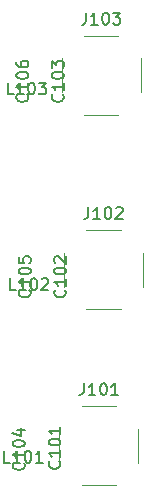
<source format=gbr>
G04 #@! TF.GenerationSoftware,KiCad,Pcbnew,5.1.4-e60b266~84~ubuntu19.04.1*
G04 #@! TF.CreationDate,2019-10-21T18:10:41-05:00*
G04 #@! TF.ProjectId,433_Antenna,3433335f-416e-4746-956e-6e612e6b6963,rev?*
G04 #@! TF.SameCoordinates,Original*
G04 #@! TF.FileFunction,Legend,Top*
G04 #@! TF.FilePolarity,Positive*
%FSLAX46Y46*%
G04 Gerber Fmt 4.6, Leading zero omitted, Abs format (unit mm)*
G04 Created by KiCad (PCBNEW 5.1.4-e60b266~84~ubuntu19.04.1) date 2019-10-21 18:10:41*
%MOMM*%
%LPD*%
G04 APERTURE LIST*
%ADD10C,0.120000*%
%ADD11C,0.150000*%
G04 APERTURE END LIST*
D10*
X174750000Y-66975000D02*
X177650000Y-66975000D01*
X174750000Y-73685000D02*
X177650000Y-73685000D01*
X179555000Y-68880000D02*
X179555000Y-71780000D01*
X172845000Y-68880000D02*
X172845000Y-71780000D01*
X174950000Y-83445000D02*
X177850000Y-83445000D01*
X174950000Y-90155000D02*
X177850000Y-90155000D01*
X179755000Y-85350000D02*
X179755000Y-88250000D01*
X173045000Y-85350000D02*
X173045000Y-88250000D01*
X174550000Y-98345000D02*
X177450000Y-98345000D01*
X174550000Y-105055000D02*
X177450000Y-105055000D01*
X179355000Y-100250000D02*
X179355000Y-103150000D01*
X172645000Y-100250000D02*
X172645000Y-103150000D01*
D11*
X168780952Y-71952380D02*
X168304761Y-71952380D01*
X168304761Y-70952380D01*
X169638095Y-71952380D02*
X169066666Y-71952380D01*
X169352380Y-71952380D02*
X169352380Y-70952380D01*
X169257142Y-71095238D01*
X169161904Y-71190476D01*
X169066666Y-71238095D01*
X170257142Y-70952380D02*
X170352380Y-70952380D01*
X170447619Y-71000000D01*
X170495238Y-71047619D01*
X170542857Y-71142857D01*
X170590476Y-71333333D01*
X170590476Y-71571428D01*
X170542857Y-71761904D01*
X170495238Y-71857142D01*
X170447619Y-71904761D01*
X170352380Y-71952380D01*
X170257142Y-71952380D01*
X170161904Y-71904761D01*
X170114285Y-71857142D01*
X170066666Y-71761904D01*
X170019047Y-71571428D01*
X170019047Y-71333333D01*
X170066666Y-71142857D01*
X170114285Y-71047619D01*
X170161904Y-71000000D01*
X170257142Y-70952380D01*
X170923809Y-70952380D02*
X171542857Y-70952380D01*
X171209523Y-71333333D01*
X171352380Y-71333333D01*
X171447619Y-71380952D01*
X171495238Y-71428571D01*
X171542857Y-71523809D01*
X171542857Y-71761904D01*
X171495238Y-71857142D01*
X171447619Y-71904761D01*
X171352380Y-71952380D01*
X171066666Y-71952380D01*
X170971428Y-71904761D01*
X170923809Y-71857142D01*
X168965952Y-88522380D02*
X168489761Y-88522380D01*
X168489761Y-87522380D01*
X169823095Y-88522380D02*
X169251666Y-88522380D01*
X169537380Y-88522380D02*
X169537380Y-87522380D01*
X169442142Y-87665238D01*
X169346904Y-87760476D01*
X169251666Y-87808095D01*
X170442142Y-87522380D02*
X170537380Y-87522380D01*
X170632619Y-87570000D01*
X170680238Y-87617619D01*
X170727857Y-87712857D01*
X170775476Y-87903333D01*
X170775476Y-88141428D01*
X170727857Y-88331904D01*
X170680238Y-88427142D01*
X170632619Y-88474761D01*
X170537380Y-88522380D01*
X170442142Y-88522380D01*
X170346904Y-88474761D01*
X170299285Y-88427142D01*
X170251666Y-88331904D01*
X170204047Y-88141428D01*
X170204047Y-87903333D01*
X170251666Y-87712857D01*
X170299285Y-87617619D01*
X170346904Y-87570000D01*
X170442142Y-87522380D01*
X171156428Y-87617619D02*
X171204047Y-87570000D01*
X171299285Y-87522380D01*
X171537380Y-87522380D01*
X171632619Y-87570000D01*
X171680238Y-87617619D01*
X171727857Y-87712857D01*
X171727857Y-87808095D01*
X171680238Y-87950952D01*
X171108809Y-88522380D01*
X171727857Y-88522380D01*
X168480952Y-103122380D02*
X168004761Y-103122380D01*
X168004761Y-102122380D01*
X169338095Y-103122380D02*
X168766666Y-103122380D01*
X169052380Y-103122380D02*
X169052380Y-102122380D01*
X168957142Y-102265238D01*
X168861904Y-102360476D01*
X168766666Y-102408095D01*
X169957142Y-102122380D02*
X170052380Y-102122380D01*
X170147619Y-102170000D01*
X170195238Y-102217619D01*
X170242857Y-102312857D01*
X170290476Y-102503333D01*
X170290476Y-102741428D01*
X170242857Y-102931904D01*
X170195238Y-103027142D01*
X170147619Y-103074761D01*
X170052380Y-103122380D01*
X169957142Y-103122380D01*
X169861904Y-103074761D01*
X169814285Y-103027142D01*
X169766666Y-102931904D01*
X169719047Y-102741428D01*
X169719047Y-102503333D01*
X169766666Y-102312857D01*
X169814285Y-102217619D01*
X169861904Y-102170000D01*
X169957142Y-102122380D01*
X171242857Y-103122380D02*
X170671428Y-103122380D01*
X170957142Y-103122380D02*
X170957142Y-102122380D01*
X170861904Y-102265238D01*
X170766666Y-102360476D01*
X170671428Y-102408095D01*
X174914285Y-65032380D02*
X174914285Y-65746666D01*
X174866666Y-65889523D01*
X174771428Y-65984761D01*
X174628571Y-66032380D01*
X174533333Y-66032380D01*
X175914285Y-66032380D02*
X175342857Y-66032380D01*
X175628571Y-66032380D02*
X175628571Y-65032380D01*
X175533333Y-65175238D01*
X175438095Y-65270476D01*
X175342857Y-65318095D01*
X176533333Y-65032380D02*
X176628571Y-65032380D01*
X176723809Y-65080000D01*
X176771428Y-65127619D01*
X176819047Y-65222857D01*
X176866666Y-65413333D01*
X176866666Y-65651428D01*
X176819047Y-65841904D01*
X176771428Y-65937142D01*
X176723809Y-65984761D01*
X176628571Y-66032380D01*
X176533333Y-66032380D01*
X176438095Y-65984761D01*
X176390476Y-65937142D01*
X176342857Y-65841904D01*
X176295238Y-65651428D01*
X176295238Y-65413333D01*
X176342857Y-65222857D01*
X176390476Y-65127619D01*
X176438095Y-65080000D01*
X176533333Y-65032380D01*
X177200000Y-65032380D02*
X177819047Y-65032380D01*
X177485714Y-65413333D01*
X177628571Y-65413333D01*
X177723809Y-65460952D01*
X177771428Y-65508571D01*
X177819047Y-65603809D01*
X177819047Y-65841904D01*
X177771428Y-65937142D01*
X177723809Y-65984761D01*
X177628571Y-66032380D01*
X177342857Y-66032380D01*
X177247619Y-65984761D01*
X177200000Y-65937142D01*
X175114285Y-81502380D02*
X175114285Y-82216666D01*
X175066666Y-82359523D01*
X174971428Y-82454761D01*
X174828571Y-82502380D01*
X174733333Y-82502380D01*
X176114285Y-82502380D02*
X175542857Y-82502380D01*
X175828571Y-82502380D02*
X175828571Y-81502380D01*
X175733333Y-81645238D01*
X175638095Y-81740476D01*
X175542857Y-81788095D01*
X176733333Y-81502380D02*
X176828571Y-81502380D01*
X176923809Y-81550000D01*
X176971428Y-81597619D01*
X177019047Y-81692857D01*
X177066666Y-81883333D01*
X177066666Y-82121428D01*
X177019047Y-82311904D01*
X176971428Y-82407142D01*
X176923809Y-82454761D01*
X176828571Y-82502380D01*
X176733333Y-82502380D01*
X176638095Y-82454761D01*
X176590476Y-82407142D01*
X176542857Y-82311904D01*
X176495238Y-82121428D01*
X176495238Y-81883333D01*
X176542857Y-81692857D01*
X176590476Y-81597619D01*
X176638095Y-81550000D01*
X176733333Y-81502380D01*
X177447619Y-81597619D02*
X177495238Y-81550000D01*
X177590476Y-81502380D01*
X177828571Y-81502380D01*
X177923809Y-81550000D01*
X177971428Y-81597619D01*
X178019047Y-81692857D01*
X178019047Y-81788095D01*
X177971428Y-81930952D01*
X177400000Y-82502380D01*
X178019047Y-82502380D01*
X174714285Y-96402380D02*
X174714285Y-97116666D01*
X174666666Y-97259523D01*
X174571428Y-97354761D01*
X174428571Y-97402380D01*
X174333333Y-97402380D01*
X175714285Y-97402380D02*
X175142857Y-97402380D01*
X175428571Y-97402380D02*
X175428571Y-96402380D01*
X175333333Y-96545238D01*
X175238095Y-96640476D01*
X175142857Y-96688095D01*
X176333333Y-96402380D02*
X176428571Y-96402380D01*
X176523809Y-96450000D01*
X176571428Y-96497619D01*
X176619047Y-96592857D01*
X176666666Y-96783333D01*
X176666666Y-97021428D01*
X176619047Y-97211904D01*
X176571428Y-97307142D01*
X176523809Y-97354761D01*
X176428571Y-97402380D01*
X176333333Y-97402380D01*
X176238095Y-97354761D01*
X176190476Y-97307142D01*
X176142857Y-97211904D01*
X176095238Y-97021428D01*
X176095238Y-96783333D01*
X176142857Y-96592857D01*
X176190476Y-96497619D01*
X176238095Y-96450000D01*
X176333333Y-96402380D01*
X177619047Y-97402380D02*
X177047619Y-97402380D01*
X177333333Y-97402380D02*
X177333333Y-96402380D01*
X177238095Y-96545238D01*
X177142857Y-96640476D01*
X177047619Y-96688095D01*
X169927142Y-71949047D02*
X169974761Y-71996666D01*
X170022380Y-72139523D01*
X170022380Y-72234761D01*
X169974761Y-72377619D01*
X169879523Y-72472857D01*
X169784285Y-72520476D01*
X169593809Y-72568095D01*
X169450952Y-72568095D01*
X169260476Y-72520476D01*
X169165238Y-72472857D01*
X169070000Y-72377619D01*
X169022380Y-72234761D01*
X169022380Y-72139523D01*
X169070000Y-71996666D01*
X169117619Y-71949047D01*
X170022380Y-70996666D02*
X170022380Y-71568095D01*
X170022380Y-71282380D02*
X169022380Y-71282380D01*
X169165238Y-71377619D01*
X169260476Y-71472857D01*
X169308095Y-71568095D01*
X169022380Y-70377619D02*
X169022380Y-70282380D01*
X169070000Y-70187142D01*
X169117619Y-70139523D01*
X169212857Y-70091904D01*
X169403333Y-70044285D01*
X169641428Y-70044285D01*
X169831904Y-70091904D01*
X169927142Y-70139523D01*
X169974761Y-70187142D01*
X170022380Y-70282380D01*
X170022380Y-70377619D01*
X169974761Y-70472857D01*
X169927142Y-70520476D01*
X169831904Y-70568095D01*
X169641428Y-70615714D01*
X169403333Y-70615714D01*
X169212857Y-70568095D01*
X169117619Y-70520476D01*
X169070000Y-70472857D01*
X169022380Y-70377619D01*
X169022380Y-69187142D02*
X169022380Y-69377619D01*
X169070000Y-69472857D01*
X169117619Y-69520476D01*
X169260476Y-69615714D01*
X169450952Y-69663333D01*
X169831904Y-69663333D01*
X169927142Y-69615714D01*
X169974761Y-69568095D01*
X170022380Y-69472857D01*
X170022380Y-69282380D01*
X169974761Y-69187142D01*
X169927142Y-69139523D01*
X169831904Y-69091904D01*
X169593809Y-69091904D01*
X169498571Y-69139523D01*
X169450952Y-69187142D01*
X169403333Y-69282380D01*
X169403333Y-69472857D01*
X169450952Y-69568095D01*
X169498571Y-69615714D01*
X169593809Y-69663333D01*
X170127142Y-88519047D02*
X170174761Y-88566666D01*
X170222380Y-88709523D01*
X170222380Y-88804761D01*
X170174761Y-88947619D01*
X170079523Y-89042857D01*
X169984285Y-89090476D01*
X169793809Y-89138095D01*
X169650952Y-89138095D01*
X169460476Y-89090476D01*
X169365238Y-89042857D01*
X169270000Y-88947619D01*
X169222380Y-88804761D01*
X169222380Y-88709523D01*
X169270000Y-88566666D01*
X169317619Y-88519047D01*
X170222380Y-87566666D02*
X170222380Y-88138095D01*
X170222380Y-87852380D02*
X169222380Y-87852380D01*
X169365238Y-87947619D01*
X169460476Y-88042857D01*
X169508095Y-88138095D01*
X169222380Y-86947619D02*
X169222380Y-86852380D01*
X169270000Y-86757142D01*
X169317619Y-86709523D01*
X169412857Y-86661904D01*
X169603333Y-86614285D01*
X169841428Y-86614285D01*
X170031904Y-86661904D01*
X170127142Y-86709523D01*
X170174761Y-86757142D01*
X170222380Y-86852380D01*
X170222380Y-86947619D01*
X170174761Y-87042857D01*
X170127142Y-87090476D01*
X170031904Y-87138095D01*
X169841428Y-87185714D01*
X169603333Y-87185714D01*
X169412857Y-87138095D01*
X169317619Y-87090476D01*
X169270000Y-87042857D01*
X169222380Y-86947619D01*
X169222380Y-85709523D02*
X169222380Y-86185714D01*
X169698571Y-86233333D01*
X169650952Y-86185714D01*
X169603333Y-86090476D01*
X169603333Y-85852380D01*
X169650952Y-85757142D01*
X169698571Y-85709523D01*
X169793809Y-85661904D01*
X170031904Y-85661904D01*
X170127142Y-85709523D01*
X170174761Y-85757142D01*
X170222380Y-85852380D01*
X170222380Y-86090476D01*
X170174761Y-86185714D01*
X170127142Y-86233333D01*
X169627142Y-103119047D02*
X169674761Y-103166666D01*
X169722380Y-103309523D01*
X169722380Y-103404761D01*
X169674761Y-103547619D01*
X169579523Y-103642857D01*
X169484285Y-103690476D01*
X169293809Y-103738095D01*
X169150952Y-103738095D01*
X168960476Y-103690476D01*
X168865238Y-103642857D01*
X168770000Y-103547619D01*
X168722380Y-103404761D01*
X168722380Y-103309523D01*
X168770000Y-103166666D01*
X168817619Y-103119047D01*
X169722380Y-102166666D02*
X169722380Y-102738095D01*
X169722380Y-102452380D02*
X168722380Y-102452380D01*
X168865238Y-102547619D01*
X168960476Y-102642857D01*
X169008095Y-102738095D01*
X168722380Y-101547619D02*
X168722380Y-101452380D01*
X168770000Y-101357142D01*
X168817619Y-101309523D01*
X168912857Y-101261904D01*
X169103333Y-101214285D01*
X169341428Y-101214285D01*
X169531904Y-101261904D01*
X169627142Y-101309523D01*
X169674761Y-101357142D01*
X169722380Y-101452380D01*
X169722380Y-101547619D01*
X169674761Y-101642857D01*
X169627142Y-101690476D01*
X169531904Y-101738095D01*
X169341428Y-101785714D01*
X169103333Y-101785714D01*
X168912857Y-101738095D01*
X168817619Y-101690476D01*
X168770000Y-101642857D01*
X168722380Y-101547619D01*
X169055714Y-100357142D02*
X169722380Y-100357142D01*
X168674761Y-100595238D02*
X169389047Y-100833333D01*
X169389047Y-100214285D01*
X172927142Y-71949047D02*
X172974761Y-71996666D01*
X173022380Y-72139523D01*
X173022380Y-72234761D01*
X172974761Y-72377619D01*
X172879523Y-72472857D01*
X172784285Y-72520476D01*
X172593809Y-72568095D01*
X172450952Y-72568095D01*
X172260476Y-72520476D01*
X172165238Y-72472857D01*
X172070000Y-72377619D01*
X172022380Y-72234761D01*
X172022380Y-72139523D01*
X172070000Y-71996666D01*
X172117619Y-71949047D01*
X173022380Y-70996666D02*
X173022380Y-71568095D01*
X173022380Y-71282380D02*
X172022380Y-71282380D01*
X172165238Y-71377619D01*
X172260476Y-71472857D01*
X172308095Y-71568095D01*
X172022380Y-70377619D02*
X172022380Y-70282380D01*
X172070000Y-70187142D01*
X172117619Y-70139523D01*
X172212857Y-70091904D01*
X172403333Y-70044285D01*
X172641428Y-70044285D01*
X172831904Y-70091904D01*
X172927142Y-70139523D01*
X172974761Y-70187142D01*
X173022380Y-70282380D01*
X173022380Y-70377619D01*
X172974761Y-70472857D01*
X172927142Y-70520476D01*
X172831904Y-70568095D01*
X172641428Y-70615714D01*
X172403333Y-70615714D01*
X172212857Y-70568095D01*
X172117619Y-70520476D01*
X172070000Y-70472857D01*
X172022380Y-70377619D01*
X172022380Y-69710952D02*
X172022380Y-69091904D01*
X172403333Y-69425238D01*
X172403333Y-69282380D01*
X172450952Y-69187142D01*
X172498571Y-69139523D01*
X172593809Y-69091904D01*
X172831904Y-69091904D01*
X172927142Y-69139523D01*
X172974761Y-69187142D01*
X173022380Y-69282380D01*
X173022380Y-69568095D01*
X172974761Y-69663333D01*
X172927142Y-69710952D01*
X173127142Y-88519047D02*
X173174761Y-88566666D01*
X173222380Y-88709523D01*
X173222380Y-88804761D01*
X173174761Y-88947619D01*
X173079523Y-89042857D01*
X172984285Y-89090476D01*
X172793809Y-89138095D01*
X172650952Y-89138095D01*
X172460476Y-89090476D01*
X172365238Y-89042857D01*
X172270000Y-88947619D01*
X172222380Y-88804761D01*
X172222380Y-88709523D01*
X172270000Y-88566666D01*
X172317619Y-88519047D01*
X173222380Y-87566666D02*
X173222380Y-88138095D01*
X173222380Y-87852380D02*
X172222380Y-87852380D01*
X172365238Y-87947619D01*
X172460476Y-88042857D01*
X172508095Y-88138095D01*
X172222380Y-86947619D02*
X172222380Y-86852380D01*
X172270000Y-86757142D01*
X172317619Y-86709523D01*
X172412857Y-86661904D01*
X172603333Y-86614285D01*
X172841428Y-86614285D01*
X173031904Y-86661904D01*
X173127142Y-86709523D01*
X173174761Y-86757142D01*
X173222380Y-86852380D01*
X173222380Y-86947619D01*
X173174761Y-87042857D01*
X173127142Y-87090476D01*
X173031904Y-87138095D01*
X172841428Y-87185714D01*
X172603333Y-87185714D01*
X172412857Y-87138095D01*
X172317619Y-87090476D01*
X172270000Y-87042857D01*
X172222380Y-86947619D01*
X172317619Y-86233333D02*
X172270000Y-86185714D01*
X172222380Y-86090476D01*
X172222380Y-85852380D01*
X172270000Y-85757142D01*
X172317619Y-85709523D01*
X172412857Y-85661904D01*
X172508095Y-85661904D01*
X172650952Y-85709523D01*
X173222380Y-86280952D01*
X173222380Y-85661904D01*
X172657142Y-103004047D02*
X172704761Y-103051666D01*
X172752380Y-103194523D01*
X172752380Y-103289761D01*
X172704761Y-103432619D01*
X172609523Y-103527857D01*
X172514285Y-103575476D01*
X172323809Y-103623095D01*
X172180952Y-103623095D01*
X171990476Y-103575476D01*
X171895238Y-103527857D01*
X171800000Y-103432619D01*
X171752380Y-103289761D01*
X171752380Y-103194523D01*
X171800000Y-103051666D01*
X171847619Y-103004047D01*
X172752380Y-102051666D02*
X172752380Y-102623095D01*
X172752380Y-102337380D02*
X171752380Y-102337380D01*
X171895238Y-102432619D01*
X171990476Y-102527857D01*
X172038095Y-102623095D01*
X171752380Y-101432619D02*
X171752380Y-101337380D01*
X171800000Y-101242142D01*
X171847619Y-101194523D01*
X171942857Y-101146904D01*
X172133333Y-101099285D01*
X172371428Y-101099285D01*
X172561904Y-101146904D01*
X172657142Y-101194523D01*
X172704761Y-101242142D01*
X172752380Y-101337380D01*
X172752380Y-101432619D01*
X172704761Y-101527857D01*
X172657142Y-101575476D01*
X172561904Y-101623095D01*
X172371428Y-101670714D01*
X172133333Y-101670714D01*
X171942857Y-101623095D01*
X171847619Y-101575476D01*
X171800000Y-101527857D01*
X171752380Y-101432619D01*
X172752380Y-100146904D02*
X172752380Y-100718333D01*
X172752380Y-100432619D02*
X171752380Y-100432619D01*
X171895238Y-100527857D01*
X171990476Y-100623095D01*
X172038095Y-100718333D01*
M02*

</source>
